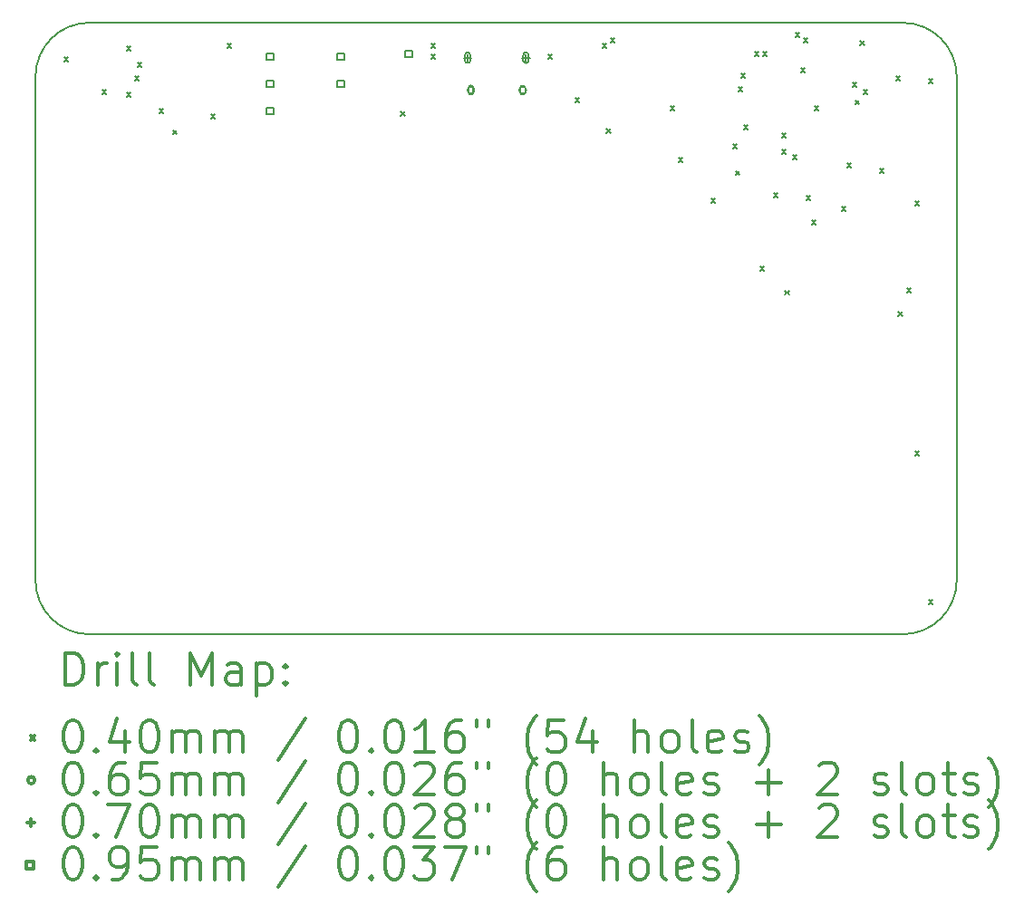
<source format=gbr>
%FSLAX45Y45*%
G04 Gerber Fmt 4.5, Leading zero omitted, Abs format (unit mm)*
G04 Created by KiCad (PCBNEW (5.0.1-3-g963ef8bb5)) date Sunday, 14 April 2019 at 13:03:22*
%MOMM*%
%LPD*%
G01*
G04 APERTURE LIST*
%ADD10C,0.150000*%
%ADD11C,0.200000*%
%ADD12C,0.300000*%
G04 APERTURE END LIST*
D10*
X11931000Y-12311000D02*
X11931000Y-7605000D01*
X20035000Y-12815000D02*
X12434000Y-12815000D01*
X20034000Y-7100000D02*
X12433000Y-7100000D01*
X20538000Y-12313000D02*
X20538000Y-7605000D01*
X12435000Y-12815000D02*
G75*
G02X11931000Y-12311000I0J504000D01*
G01*
X20538000Y-12311000D02*
G75*
G02X20034000Y-12815000I-504000J0D01*
G01*
X20034000Y-7100000D02*
G75*
G02X20538000Y-7604000I0J-504000D01*
G01*
X11931000Y-7604000D02*
G75*
G02X12435000Y-7100000I504000J0D01*
G01*
D11*
X12198000Y-7422200D02*
X12238000Y-7462200D01*
X12238000Y-7422200D02*
X12198000Y-7462200D01*
X12553000Y-7727000D02*
X12593000Y-7767000D01*
X12593000Y-7727000D02*
X12553000Y-7767000D01*
X12781600Y-7320600D02*
X12821600Y-7360600D01*
X12821600Y-7320600D02*
X12781600Y-7360600D01*
X12781600Y-7752400D02*
X12821600Y-7792400D01*
X12821600Y-7752400D02*
X12781600Y-7792400D01*
X12857800Y-7600000D02*
X12897800Y-7640000D01*
X12897800Y-7600000D02*
X12857800Y-7640000D01*
X12883200Y-7473000D02*
X12923200Y-7513000D01*
X12923200Y-7473000D02*
X12883200Y-7513000D01*
X13086400Y-7904800D02*
X13126400Y-7944800D01*
X13126400Y-7904800D02*
X13086400Y-7944800D01*
X13213400Y-8103600D02*
X13253400Y-8143600D01*
X13253400Y-8103600D02*
X13213400Y-8143600D01*
X13569000Y-7955600D02*
X13609000Y-7995600D01*
X13609000Y-7955600D02*
X13569000Y-7995600D01*
X13721400Y-7295200D02*
X13761400Y-7335200D01*
X13761400Y-7295200D02*
X13721400Y-7335200D01*
X15343000Y-7930200D02*
X15383000Y-7970200D01*
X15383000Y-7930200D02*
X15343000Y-7970200D01*
X15626400Y-7295200D02*
X15666400Y-7335200D01*
X15666400Y-7295200D02*
X15626400Y-7335200D01*
X15626400Y-7396800D02*
X15666400Y-7436800D01*
X15666400Y-7396800D02*
X15626400Y-7436800D01*
X16718600Y-7396800D02*
X16758600Y-7436800D01*
X16758600Y-7396800D02*
X16718600Y-7436800D01*
X16972600Y-7803200D02*
X17012600Y-7843200D01*
X17012600Y-7803200D02*
X16972600Y-7843200D01*
X17226600Y-7295200D02*
X17266600Y-7335200D01*
X17266600Y-7295200D02*
X17226600Y-7335200D01*
X17263000Y-8092000D02*
X17303000Y-8132000D01*
X17303000Y-8092000D02*
X17263000Y-8132000D01*
X17302800Y-7244400D02*
X17342800Y-7284400D01*
X17342800Y-7244400D02*
X17302800Y-7284400D01*
X17861600Y-7879400D02*
X17901600Y-7919400D01*
X17901600Y-7879400D02*
X17861600Y-7919400D01*
X17937800Y-8362000D02*
X17977800Y-8402000D01*
X17977800Y-8362000D02*
X17937800Y-8402000D01*
X18242600Y-8743000D02*
X18282600Y-8783000D01*
X18282600Y-8743000D02*
X18242600Y-8783000D01*
X18445800Y-8235000D02*
X18485800Y-8275000D01*
X18485800Y-8235000D02*
X18445800Y-8275000D01*
X18471200Y-8484600D02*
X18511200Y-8524600D01*
X18511200Y-8484600D02*
X18471200Y-8524600D01*
X18496600Y-7701600D02*
X18536600Y-7741600D01*
X18536600Y-7701600D02*
X18496600Y-7741600D01*
X18522000Y-7574600D02*
X18562000Y-7614600D01*
X18562000Y-7574600D02*
X18522000Y-7614600D01*
X18547400Y-8057200D02*
X18587400Y-8097200D01*
X18587400Y-8057200D02*
X18547400Y-8097200D01*
X18649000Y-7371400D02*
X18689000Y-7411400D01*
X18689000Y-7371400D02*
X18649000Y-7411400D01*
X18701000Y-9376000D02*
X18741000Y-9416000D01*
X18741000Y-9376000D02*
X18701000Y-9416000D01*
X18725200Y-7371400D02*
X18765200Y-7411400D01*
X18765200Y-7371400D02*
X18725200Y-7411400D01*
X18826800Y-8692200D02*
X18866800Y-8732200D01*
X18866800Y-8692200D02*
X18826800Y-8732200D01*
X18903000Y-8133400D02*
X18943000Y-8173400D01*
X18943000Y-8133400D02*
X18903000Y-8173400D01*
X18903000Y-8285800D02*
X18943000Y-8325800D01*
X18943000Y-8285800D02*
X18903000Y-8325800D01*
X18930000Y-9603000D02*
X18970000Y-9643000D01*
X18970000Y-9603000D02*
X18930000Y-9643000D01*
X19004600Y-8336600D02*
X19044600Y-8376600D01*
X19044600Y-8336600D02*
X19004600Y-8376600D01*
X19030000Y-7193600D02*
X19070000Y-7233600D01*
X19070000Y-7193600D02*
X19030000Y-7233600D01*
X19080800Y-7523800D02*
X19120800Y-7563800D01*
X19120800Y-7523800D02*
X19080800Y-7563800D01*
X19106200Y-7244400D02*
X19146200Y-7284400D01*
X19146200Y-7244400D02*
X19106200Y-7284400D01*
X19131600Y-8717600D02*
X19171600Y-8757600D01*
X19171600Y-8717600D02*
X19131600Y-8757600D01*
X19182400Y-8946200D02*
X19222400Y-8986200D01*
X19222400Y-8946200D02*
X19182400Y-8986200D01*
X19207800Y-7879400D02*
X19247800Y-7919400D01*
X19247800Y-7879400D02*
X19207800Y-7919400D01*
X19461800Y-8819200D02*
X19501800Y-8859200D01*
X19501800Y-8819200D02*
X19461800Y-8859200D01*
X19512600Y-8412800D02*
X19552600Y-8452800D01*
X19552600Y-8412800D02*
X19512600Y-8452800D01*
X19563400Y-7661000D02*
X19603400Y-7701000D01*
X19603400Y-7661000D02*
X19563400Y-7701000D01*
X19588800Y-7824200D02*
X19628800Y-7864200D01*
X19628800Y-7824200D02*
X19588800Y-7864200D01*
X19633200Y-7269800D02*
X19673200Y-7309800D01*
X19673200Y-7269800D02*
X19633200Y-7309800D01*
X19665000Y-7727000D02*
X19705000Y-7767000D01*
X19705000Y-7727000D02*
X19665000Y-7767000D01*
X19817400Y-8463600D02*
X19857400Y-8503600D01*
X19857400Y-8463600D02*
X19817400Y-8503600D01*
X19969800Y-7600000D02*
X20009800Y-7640000D01*
X20009800Y-7600000D02*
X19969800Y-7640000D01*
X19990000Y-9800000D02*
X20030000Y-9840000D01*
X20030000Y-9800000D02*
X19990000Y-9840000D01*
X20071400Y-9581200D02*
X20111400Y-9621200D01*
X20111400Y-9581200D02*
X20071400Y-9621200D01*
X20147600Y-8768400D02*
X20187600Y-8808400D01*
X20187600Y-8768400D02*
X20147600Y-8808400D01*
X20147600Y-11105200D02*
X20187600Y-11145200D01*
X20187600Y-11105200D02*
X20147600Y-11145200D01*
X20274000Y-12492000D02*
X20314000Y-12532000D01*
X20314000Y-12492000D02*
X20274000Y-12532000D01*
X20274600Y-7625400D02*
X20314600Y-7665400D01*
X20314600Y-7625400D02*
X20274600Y-7665400D01*
X16031000Y-7730000D02*
G75*
G03X16031000Y-7730000I-32500J0D01*
G01*
X15976000Y-7710000D02*
X15976000Y-7750000D01*
X16021000Y-7710000D02*
X16021000Y-7750000D01*
X15976000Y-7750000D02*
G75*
G03X16021000Y-7750000I22500J0D01*
G01*
X16021000Y-7710000D02*
G75*
G03X15976000Y-7710000I-22500J0D01*
G01*
X16516000Y-7730000D02*
G75*
G03X16516000Y-7730000I-32500J0D01*
G01*
X16506000Y-7750000D02*
X16506000Y-7710000D01*
X16461000Y-7750000D02*
X16461000Y-7710000D01*
X16506000Y-7710000D02*
G75*
G03X16461000Y-7710000I-22500J0D01*
G01*
X16461000Y-7750000D02*
G75*
G03X16506000Y-7750000I22500J0D01*
G01*
X15968500Y-7392000D02*
X15968500Y-7462000D01*
X15933500Y-7427000D02*
X16003500Y-7427000D01*
X15943500Y-7402000D02*
X15943500Y-7452000D01*
X15993500Y-7402000D02*
X15993500Y-7452000D01*
X15943500Y-7452000D02*
G75*
G03X15993500Y-7452000I25000J0D01*
G01*
X15993500Y-7402000D02*
G75*
G03X15943500Y-7402000I-25000J0D01*
G01*
X16513500Y-7392000D02*
X16513500Y-7462000D01*
X16478500Y-7427000D02*
X16548500Y-7427000D01*
X16488500Y-7402000D02*
X16488500Y-7452000D01*
X16538500Y-7402000D02*
X16538500Y-7452000D01*
X16488500Y-7452000D02*
G75*
G03X16538500Y-7452000I25000J0D01*
G01*
X16538500Y-7402000D02*
G75*
G03X16488500Y-7402000I-25000J0D01*
G01*
X15451388Y-7424988D02*
X15451388Y-7357812D01*
X15384212Y-7357812D01*
X15384212Y-7424988D01*
X15451388Y-7424988D01*
X14155988Y-7450388D02*
X14155988Y-7383212D01*
X14088812Y-7383212D01*
X14088812Y-7450388D01*
X14155988Y-7450388D01*
X14155988Y-7704388D02*
X14155988Y-7637212D01*
X14088812Y-7637212D01*
X14088812Y-7704388D01*
X14155988Y-7704388D01*
X14155988Y-7958388D02*
X14155988Y-7891212D01*
X14088812Y-7891212D01*
X14088812Y-7958388D01*
X14155988Y-7958388D01*
X14816388Y-7450388D02*
X14816388Y-7383212D01*
X14749212Y-7383212D01*
X14749212Y-7450388D01*
X14816388Y-7450388D01*
X14816388Y-7704388D02*
X14816388Y-7637212D01*
X14749212Y-7637212D01*
X14749212Y-7704388D01*
X14816388Y-7704388D01*
D12*
X12209928Y-13288214D02*
X12209928Y-12988214D01*
X12281357Y-12988214D01*
X12324214Y-13002500D01*
X12352786Y-13031071D01*
X12367071Y-13059643D01*
X12381357Y-13116786D01*
X12381357Y-13159643D01*
X12367071Y-13216786D01*
X12352786Y-13245357D01*
X12324214Y-13273929D01*
X12281357Y-13288214D01*
X12209928Y-13288214D01*
X12509928Y-13288214D02*
X12509928Y-13088214D01*
X12509928Y-13145357D02*
X12524214Y-13116786D01*
X12538500Y-13102500D01*
X12567071Y-13088214D01*
X12595643Y-13088214D01*
X12695643Y-13288214D02*
X12695643Y-13088214D01*
X12695643Y-12988214D02*
X12681357Y-13002500D01*
X12695643Y-13016786D01*
X12709928Y-13002500D01*
X12695643Y-12988214D01*
X12695643Y-13016786D01*
X12881357Y-13288214D02*
X12852786Y-13273929D01*
X12838500Y-13245357D01*
X12838500Y-12988214D01*
X13038500Y-13288214D02*
X13009928Y-13273929D01*
X12995643Y-13245357D01*
X12995643Y-12988214D01*
X13381357Y-13288214D02*
X13381357Y-12988214D01*
X13481357Y-13202500D01*
X13581357Y-12988214D01*
X13581357Y-13288214D01*
X13852786Y-13288214D02*
X13852786Y-13131071D01*
X13838500Y-13102500D01*
X13809928Y-13088214D01*
X13752786Y-13088214D01*
X13724214Y-13102500D01*
X13852786Y-13273929D02*
X13824214Y-13288214D01*
X13752786Y-13288214D01*
X13724214Y-13273929D01*
X13709928Y-13245357D01*
X13709928Y-13216786D01*
X13724214Y-13188214D01*
X13752786Y-13173929D01*
X13824214Y-13173929D01*
X13852786Y-13159643D01*
X13995643Y-13088214D02*
X13995643Y-13388214D01*
X13995643Y-13102500D02*
X14024214Y-13088214D01*
X14081357Y-13088214D01*
X14109928Y-13102500D01*
X14124214Y-13116786D01*
X14138500Y-13145357D01*
X14138500Y-13231071D01*
X14124214Y-13259643D01*
X14109928Y-13273929D01*
X14081357Y-13288214D01*
X14024214Y-13288214D01*
X13995643Y-13273929D01*
X14267071Y-13259643D02*
X14281357Y-13273929D01*
X14267071Y-13288214D01*
X14252786Y-13273929D01*
X14267071Y-13259643D01*
X14267071Y-13288214D01*
X14267071Y-13102500D02*
X14281357Y-13116786D01*
X14267071Y-13131071D01*
X14252786Y-13116786D01*
X14267071Y-13102500D01*
X14267071Y-13131071D01*
X11883500Y-13762500D02*
X11923500Y-13802500D01*
X11923500Y-13762500D02*
X11883500Y-13802500D01*
X12267071Y-13618214D02*
X12295643Y-13618214D01*
X12324214Y-13632500D01*
X12338500Y-13646786D01*
X12352786Y-13675357D01*
X12367071Y-13732500D01*
X12367071Y-13803929D01*
X12352786Y-13861071D01*
X12338500Y-13889643D01*
X12324214Y-13903929D01*
X12295643Y-13918214D01*
X12267071Y-13918214D01*
X12238500Y-13903929D01*
X12224214Y-13889643D01*
X12209928Y-13861071D01*
X12195643Y-13803929D01*
X12195643Y-13732500D01*
X12209928Y-13675357D01*
X12224214Y-13646786D01*
X12238500Y-13632500D01*
X12267071Y-13618214D01*
X12495643Y-13889643D02*
X12509928Y-13903929D01*
X12495643Y-13918214D01*
X12481357Y-13903929D01*
X12495643Y-13889643D01*
X12495643Y-13918214D01*
X12767071Y-13718214D02*
X12767071Y-13918214D01*
X12695643Y-13603929D02*
X12624214Y-13818214D01*
X12809928Y-13818214D01*
X12981357Y-13618214D02*
X13009928Y-13618214D01*
X13038500Y-13632500D01*
X13052786Y-13646786D01*
X13067071Y-13675357D01*
X13081357Y-13732500D01*
X13081357Y-13803929D01*
X13067071Y-13861071D01*
X13052786Y-13889643D01*
X13038500Y-13903929D01*
X13009928Y-13918214D01*
X12981357Y-13918214D01*
X12952786Y-13903929D01*
X12938500Y-13889643D01*
X12924214Y-13861071D01*
X12909928Y-13803929D01*
X12909928Y-13732500D01*
X12924214Y-13675357D01*
X12938500Y-13646786D01*
X12952786Y-13632500D01*
X12981357Y-13618214D01*
X13209928Y-13918214D02*
X13209928Y-13718214D01*
X13209928Y-13746786D02*
X13224214Y-13732500D01*
X13252786Y-13718214D01*
X13295643Y-13718214D01*
X13324214Y-13732500D01*
X13338500Y-13761071D01*
X13338500Y-13918214D01*
X13338500Y-13761071D02*
X13352786Y-13732500D01*
X13381357Y-13718214D01*
X13424214Y-13718214D01*
X13452786Y-13732500D01*
X13467071Y-13761071D01*
X13467071Y-13918214D01*
X13609928Y-13918214D02*
X13609928Y-13718214D01*
X13609928Y-13746786D02*
X13624214Y-13732500D01*
X13652786Y-13718214D01*
X13695643Y-13718214D01*
X13724214Y-13732500D01*
X13738500Y-13761071D01*
X13738500Y-13918214D01*
X13738500Y-13761071D02*
X13752786Y-13732500D01*
X13781357Y-13718214D01*
X13824214Y-13718214D01*
X13852786Y-13732500D01*
X13867071Y-13761071D01*
X13867071Y-13918214D01*
X14452786Y-13603929D02*
X14195643Y-13989643D01*
X14838500Y-13618214D02*
X14867071Y-13618214D01*
X14895643Y-13632500D01*
X14909928Y-13646786D01*
X14924214Y-13675357D01*
X14938500Y-13732500D01*
X14938500Y-13803929D01*
X14924214Y-13861071D01*
X14909928Y-13889643D01*
X14895643Y-13903929D01*
X14867071Y-13918214D01*
X14838500Y-13918214D01*
X14809928Y-13903929D01*
X14795643Y-13889643D01*
X14781357Y-13861071D01*
X14767071Y-13803929D01*
X14767071Y-13732500D01*
X14781357Y-13675357D01*
X14795643Y-13646786D01*
X14809928Y-13632500D01*
X14838500Y-13618214D01*
X15067071Y-13889643D02*
X15081357Y-13903929D01*
X15067071Y-13918214D01*
X15052786Y-13903929D01*
X15067071Y-13889643D01*
X15067071Y-13918214D01*
X15267071Y-13618214D02*
X15295643Y-13618214D01*
X15324214Y-13632500D01*
X15338500Y-13646786D01*
X15352786Y-13675357D01*
X15367071Y-13732500D01*
X15367071Y-13803929D01*
X15352786Y-13861071D01*
X15338500Y-13889643D01*
X15324214Y-13903929D01*
X15295643Y-13918214D01*
X15267071Y-13918214D01*
X15238500Y-13903929D01*
X15224214Y-13889643D01*
X15209928Y-13861071D01*
X15195643Y-13803929D01*
X15195643Y-13732500D01*
X15209928Y-13675357D01*
X15224214Y-13646786D01*
X15238500Y-13632500D01*
X15267071Y-13618214D01*
X15652786Y-13918214D02*
X15481357Y-13918214D01*
X15567071Y-13918214D02*
X15567071Y-13618214D01*
X15538500Y-13661071D01*
X15509928Y-13689643D01*
X15481357Y-13703929D01*
X15909928Y-13618214D02*
X15852786Y-13618214D01*
X15824214Y-13632500D01*
X15809928Y-13646786D01*
X15781357Y-13689643D01*
X15767071Y-13746786D01*
X15767071Y-13861071D01*
X15781357Y-13889643D01*
X15795643Y-13903929D01*
X15824214Y-13918214D01*
X15881357Y-13918214D01*
X15909928Y-13903929D01*
X15924214Y-13889643D01*
X15938500Y-13861071D01*
X15938500Y-13789643D01*
X15924214Y-13761071D01*
X15909928Y-13746786D01*
X15881357Y-13732500D01*
X15824214Y-13732500D01*
X15795643Y-13746786D01*
X15781357Y-13761071D01*
X15767071Y-13789643D01*
X16052786Y-13618214D02*
X16052786Y-13675357D01*
X16167071Y-13618214D02*
X16167071Y-13675357D01*
X16609928Y-14032500D02*
X16595643Y-14018214D01*
X16567071Y-13975357D01*
X16552786Y-13946786D01*
X16538500Y-13903929D01*
X16524214Y-13832500D01*
X16524214Y-13775357D01*
X16538500Y-13703929D01*
X16552786Y-13661071D01*
X16567071Y-13632500D01*
X16595643Y-13589643D01*
X16609928Y-13575357D01*
X16867071Y-13618214D02*
X16724214Y-13618214D01*
X16709928Y-13761071D01*
X16724214Y-13746786D01*
X16752786Y-13732500D01*
X16824214Y-13732500D01*
X16852786Y-13746786D01*
X16867071Y-13761071D01*
X16881357Y-13789643D01*
X16881357Y-13861071D01*
X16867071Y-13889643D01*
X16852786Y-13903929D01*
X16824214Y-13918214D01*
X16752786Y-13918214D01*
X16724214Y-13903929D01*
X16709928Y-13889643D01*
X17138500Y-13718214D02*
X17138500Y-13918214D01*
X17067071Y-13603929D02*
X16995643Y-13818214D01*
X17181357Y-13818214D01*
X17524214Y-13918214D02*
X17524214Y-13618214D01*
X17652786Y-13918214D02*
X17652786Y-13761071D01*
X17638500Y-13732500D01*
X17609928Y-13718214D01*
X17567071Y-13718214D01*
X17538500Y-13732500D01*
X17524214Y-13746786D01*
X17838500Y-13918214D02*
X17809928Y-13903929D01*
X17795643Y-13889643D01*
X17781357Y-13861071D01*
X17781357Y-13775357D01*
X17795643Y-13746786D01*
X17809928Y-13732500D01*
X17838500Y-13718214D01*
X17881357Y-13718214D01*
X17909928Y-13732500D01*
X17924214Y-13746786D01*
X17938500Y-13775357D01*
X17938500Y-13861071D01*
X17924214Y-13889643D01*
X17909928Y-13903929D01*
X17881357Y-13918214D01*
X17838500Y-13918214D01*
X18109928Y-13918214D02*
X18081357Y-13903929D01*
X18067071Y-13875357D01*
X18067071Y-13618214D01*
X18338500Y-13903929D02*
X18309928Y-13918214D01*
X18252786Y-13918214D01*
X18224214Y-13903929D01*
X18209928Y-13875357D01*
X18209928Y-13761071D01*
X18224214Y-13732500D01*
X18252786Y-13718214D01*
X18309928Y-13718214D01*
X18338500Y-13732500D01*
X18352786Y-13761071D01*
X18352786Y-13789643D01*
X18209928Y-13818214D01*
X18467071Y-13903929D02*
X18495643Y-13918214D01*
X18552786Y-13918214D01*
X18581357Y-13903929D01*
X18595643Y-13875357D01*
X18595643Y-13861071D01*
X18581357Y-13832500D01*
X18552786Y-13818214D01*
X18509928Y-13818214D01*
X18481357Y-13803929D01*
X18467071Y-13775357D01*
X18467071Y-13761071D01*
X18481357Y-13732500D01*
X18509928Y-13718214D01*
X18552786Y-13718214D01*
X18581357Y-13732500D01*
X18695643Y-14032500D02*
X18709928Y-14018214D01*
X18738500Y-13975357D01*
X18752786Y-13946786D01*
X18767071Y-13903929D01*
X18781357Y-13832500D01*
X18781357Y-13775357D01*
X18767071Y-13703929D01*
X18752786Y-13661071D01*
X18738500Y-13632500D01*
X18709928Y-13589643D01*
X18695643Y-13575357D01*
X11923500Y-14178500D02*
G75*
G03X11923500Y-14178500I-32500J0D01*
G01*
X12267071Y-14014214D02*
X12295643Y-14014214D01*
X12324214Y-14028500D01*
X12338500Y-14042786D01*
X12352786Y-14071357D01*
X12367071Y-14128500D01*
X12367071Y-14199929D01*
X12352786Y-14257071D01*
X12338500Y-14285643D01*
X12324214Y-14299929D01*
X12295643Y-14314214D01*
X12267071Y-14314214D01*
X12238500Y-14299929D01*
X12224214Y-14285643D01*
X12209928Y-14257071D01*
X12195643Y-14199929D01*
X12195643Y-14128500D01*
X12209928Y-14071357D01*
X12224214Y-14042786D01*
X12238500Y-14028500D01*
X12267071Y-14014214D01*
X12495643Y-14285643D02*
X12509928Y-14299929D01*
X12495643Y-14314214D01*
X12481357Y-14299929D01*
X12495643Y-14285643D01*
X12495643Y-14314214D01*
X12767071Y-14014214D02*
X12709928Y-14014214D01*
X12681357Y-14028500D01*
X12667071Y-14042786D01*
X12638500Y-14085643D01*
X12624214Y-14142786D01*
X12624214Y-14257071D01*
X12638500Y-14285643D01*
X12652786Y-14299929D01*
X12681357Y-14314214D01*
X12738500Y-14314214D01*
X12767071Y-14299929D01*
X12781357Y-14285643D01*
X12795643Y-14257071D01*
X12795643Y-14185643D01*
X12781357Y-14157071D01*
X12767071Y-14142786D01*
X12738500Y-14128500D01*
X12681357Y-14128500D01*
X12652786Y-14142786D01*
X12638500Y-14157071D01*
X12624214Y-14185643D01*
X13067071Y-14014214D02*
X12924214Y-14014214D01*
X12909928Y-14157071D01*
X12924214Y-14142786D01*
X12952786Y-14128500D01*
X13024214Y-14128500D01*
X13052786Y-14142786D01*
X13067071Y-14157071D01*
X13081357Y-14185643D01*
X13081357Y-14257071D01*
X13067071Y-14285643D01*
X13052786Y-14299929D01*
X13024214Y-14314214D01*
X12952786Y-14314214D01*
X12924214Y-14299929D01*
X12909928Y-14285643D01*
X13209928Y-14314214D02*
X13209928Y-14114214D01*
X13209928Y-14142786D02*
X13224214Y-14128500D01*
X13252786Y-14114214D01*
X13295643Y-14114214D01*
X13324214Y-14128500D01*
X13338500Y-14157071D01*
X13338500Y-14314214D01*
X13338500Y-14157071D02*
X13352786Y-14128500D01*
X13381357Y-14114214D01*
X13424214Y-14114214D01*
X13452786Y-14128500D01*
X13467071Y-14157071D01*
X13467071Y-14314214D01*
X13609928Y-14314214D02*
X13609928Y-14114214D01*
X13609928Y-14142786D02*
X13624214Y-14128500D01*
X13652786Y-14114214D01*
X13695643Y-14114214D01*
X13724214Y-14128500D01*
X13738500Y-14157071D01*
X13738500Y-14314214D01*
X13738500Y-14157071D02*
X13752786Y-14128500D01*
X13781357Y-14114214D01*
X13824214Y-14114214D01*
X13852786Y-14128500D01*
X13867071Y-14157071D01*
X13867071Y-14314214D01*
X14452786Y-13999929D02*
X14195643Y-14385643D01*
X14838500Y-14014214D02*
X14867071Y-14014214D01*
X14895643Y-14028500D01*
X14909928Y-14042786D01*
X14924214Y-14071357D01*
X14938500Y-14128500D01*
X14938500Y-14199929D01*
X14924214Y-14257071D01*
X14909928Y-14285643D01*
X14895643Y-14299929D01*
X14867071Y-14314214D01*
X14838500Y-14314214D01*
X14809928Y-14299929D01*
X14795643Y-14285643D01*
X14781357Y-14257071D01*
X14767071Y-14199929D01*
X14767071Y-14128500D01*
X14781357Y-14071357D01*
X14795643Y-14042786D01*
X14809928Y-14028500D01*
X14838500Y-14014214D01*
X15067071Y-14285643D02*
X15081357Y-14299929D01*
X15067071Y-14314214D01*
X15052786Y-14299929D01*
X15067071Y-14285643D01*
X15067071Y-14314214D01*
X15267071Y-14014214D02*
X15295643Y-14014214D01*
X15324214Y-14028500D01*
X15338500Y-14042786D01*
X15352786Y-14071357D01*
X15367071Y-14128500D01*
X15367071Y-14199929D01*
X15352786Y-14257071D01*
X15338500Y-14285643D01*
X15324214Y-14299929D01*
X15295643Y-14314214D01*
X15267071Y-14314214D01*
X15238500Y-14299929D01*
X15224214Y-14285643D01*
X15209928Y-14257071D01*
X15195643Y-14199929D01*
X15195643Y-14128500D01*
X15209928Y-14071357D01*
X15224214Y-14042786D01*
X15238500Y-14028500D01*
X15267071Y-14014214D01*
X15481357Y-14042786D02*
X15495643Y-14028500D01*
X15524214Y-14014214D01*
X15595643Y-14014214D01*
X15624214Y-14028500D01*
X15638500Y-14042786D01*
X15652786Y-14071357D01*
X15652786Y-14099929D01*
X15638500Y-14142786D01*
X15467071Y-14314214D01*
X15652786Y-14314214D01*
X15909928Y-14014214D02*
X15852786Y-14014214D01*
X15824214Y-14028500D01*
X15809928Y-14042786D01*
X15781357Y-14085643D01*
X15767071Y-14142786D01*
X15767071Y-14257071D01*
X15781357Y-14285643D01*
X15795643Y-14299929D01*
X15824214Y-14314214D01*
X15881357Y-14314214D01*
X15909928Y-14299929D01*
X15924214Y-14285643D01*
X15938500Y-14257071D01*
X15938500Y-14185643D01*
X15924214Y-14157071D01*
X15909928Y-14142786D01*
X15881357Y-14128500D01*
X15824214Y-14128500D01*
X15795643Y-14142786D01*
X15781357Y-14157071D01*
X15767071Y-14185643D01*
X16052786Y-14014214D02*
X16052786Y-14071357D01*
X16167071Y-14014214D02*
X16167071Y-14071357D01*
X16609928Y-14428500D02*
X16595643Y-14414214D01*
X16567071Y-14371357D01*
X16552786Y-14342786D01*
X16538500Y-14299929D01*
X16524214Y-14228500D01*
X16524214Y-14171357D01*
X16538500Y-14099929D01*
X16552786Y-14057071D01*
X16567071Y-14028500D01*
X16595643Y-13985643D01*
X16609928Y-13971357D01*
X16781357Y-14014214D02*
X16809928Y-14014214D01*
X16838500Y-14028500D01*
X16852786Y-14042786D01*
X16867071Y-14071357D01*
X16881357Y-14128500D01*
X16881357Y-14199929D01*
X16867071Y-14257071D01*
X16852786Y-14285643D01*
X16838500Y-14299929D01*
X16809928Y-14314214D01*
X16781357Y-14314214D01*
X16752786Y-14299929D01*
X16738500Y-14285643D01*
X16724214Y-14257071D01*
X16709928Y-14199929D01*
X16709928Y-14128500D01*
X16724214Y-14071357D01*
X16738500Y-14042786D01*
X16752786Y-14028500D01*
X16781357Y-14014214D01*
X17238500Y-14314214D02*
X17238500Y-14014214D01*
X17367071Y-14314214D02*
X17367071Y-14157071D01*
X17352786Y-14128500D01*
X17324214Y-14114214D01*
X17281357Y-14114214D01*
X17252786Y-14128500D01*
X17238500Y-14142786D01*
X17552786Y-14314214D02*
X17524214Y-14299929D01*
X17509928Y-14285643D01*
X17495643Y-14257071D01*
X17495643Y-14171357D01*
X17509928Y-14142786D01*
X17524214Y-14128500D01*
X17552786Y-14114214D01*
X17595643Y-14114214D01*
X17624214Y-14128500D01*
X17638500Y-14142786D01*
X17652786Y-14171357D01*
X17652786Y-14257071D01*
X17638500Y-14285643D01*
X17624214Y-14299929D01*
X17595643Y-14314214D01*
X17552786Y-14314214D01*
X17824214Y-14314214D02*
X17795643Y-14299929D01*
X17781357Y-14271357D01*
X17781357Y-14014214D01*
X18052786Y-14299929D02*
X18024214Y-14314214D01*
X17967071Y-14314214D01*
X17938500Y-14299929D01*
X17924214Y-14271357D01*
X17924214Y-14157071D01*
X17938500Y-14128500D01*
X17967071Y-14114214D01*
X18024214Y-14114214D01*
X18052786Y-14128500D01*
X18067071Y-14157071D01*
X18067071Y-14185643D01*
X17924214Y-14214214D01*
X18181357Y-14299929D02*
X18209928Y-14314214D01*
X18267071Y-14314214D01*
X18295643Y-14299929D01*
X18309928Y-14271357D01*
X18309928Y-14257071D01*
X18295643Y-14228500D01*
X18267071Y-14214214D01*
X18224214Y-14214214D01*
X18195643Y-14199929D01*
X18181357Y-14171357D01*
X18181357Y-14157071D01*
X18195643Y-14128500D01*
X18224214Y-14114214D01*
X18267071Y-14114214D01*
X18295643Y-14128500D01*
X18667071Y-14199929D02*
X18895643Y-14199929D01*
X18781357Y-14314214D02*
X18781357Y-14085643D01*
X19252786Y-14042786D02*
X19267071Y-14028500D01*
X19295643Y-14014214D01*
X19367071Y-14014214D01*
X19395643Y-14028500D01*
X19409928Y-14042786D01*
X19424214Y-14071357D01*
X19424214Y-14099929D01*
X19409928Y-14142786D01*
X19238500Y-14314214D01*
X19424214Y-14314214D01*
X19767071Y-14299929D02*
X19795643Y-14314214D01*
X19852786Y-14314214D01*
X19881357Y-14299929D01*
X19895643Y-14271357D01*
X19895643Y-14257071D01*
X19881357Y-14228500D01*
X19852786Y-14214214D01*
X19809928Y-14214214D01*
X19781357Y-14199929D01*
X19767071Y-14171357D01*
X19767071Y-14157071D01*
X19781357Y-14128500D01*
X19809928Y-14114214D01*
X19852786Y-14114214D01*
X19881357Y-14128500D01*
X20067071Y-14314214D02*
X20038500Y-14299929D01*
X20024214Y-14271357D01*
X20024214Y-14014214D01*
X20224214Y-14314214D02*
X20195643Y-14299929D01*
X20181357Y-14285643D01*
X20167071Y-14257071D01*
X20167071Y-14171357D01*
X20181357Y-14142786D01*
X20195643Y-14128500D01*
X20224214Y-14114214D01*
X20267071Y-14114214D01*
X20295643Y-14128500D01*
X20309928Y-14142786D01*
X20324214Y-14171357D01*
X20324214Y-14257071D01*
X20309928Y-14285643D01*
X20295643Y-14299929D01*
X20267071Y-14314214D01*
X20224214Y-14314214D01*
X20409928Y-14114214D02*
X20524214Y-14114214D01*
X20452786Y-14014214D02*
X20452786Y-14271357D01*
X20467071Y-14299929D01*
X20495643Y-14314214D01*
X20524214Y-14314214D01*
X20609928Y-14299929D02*
X20638500Y-14314214D01*
X20695643Y-14314214D01*
X20724214Y-14299929D01*
X20738500Y-14271357D01*
X20738500Y-14257071D01*
X20724214Y-14228500D01*
X20695643Y-14214214D01*
X20652786Y-14214214D01*
X20624214Y-14199929D01*
X20609928Y-14171357D01*
X20609928Y-14157071D01*
X20624214Y-14128500D01*
X20652786Y-14114214D01*
X20695643Y-14114214D01*
X20724214Y-14128500D01*
X20838500Y-14428500D02*
X20852786Y-14414214D01*
X20881357Y-14371357D01*
X20895643Y-14342786D01*
X20909928Y-14299929D01*
X20924214Y-14228500D01*
X20924214Y-14171357D01*
X20909928Y-14099929D01*
X20895643Y-14057071D01*
X20881357Y-14028500D01*
X20852786Y-13985643D01*
X20838500Y-13971357D01*
X11888500Y-14539500D02*
X11888500Y-14609500D01*
X11853500Y-14574500D02*
X11923500Y-14574500D01*
X12267071Y-14410214D02*
X12295643Y-14410214D01*
X12324214Y-14424500D01*
X12338500Y-14438786D01*
X12352786Y-14467357D01*
X12367071Y-14524500D01*
X12367071Y-14595929D01*
X12352786Y-14653071D01*
X12338500Y-14681643D01*
X12324214Y-14695929D01*
X12295643Y-14710214D01*
X12267071Y-14710214D01*
X12238500Y-14695929D01*
X12224214Y-14681643D01*
X12209928Y-14653071D01*
X12195643Y-14595929D01*
X12195643Y-14524500D01*
X12209928Y-14467357D01*
X12224214Y-14438786D01*
X12238500Y-14424500D01*
X12267071Y-14410214D01*
X12495643Y-14681643D02*
X12509928Y-14695929D01*
X12495643Y-14710214D01*
X12481357Y-14695929D01*
X12495643Y-14681643D01*
X12495643Y-14710214D01*
X12609928Y-14410214D02*
X12809928Y-14410214D01*
X12681357Y-14710214D01*
X12981357Y-14410214D02*
X13009928Y-14410214D01*
X13038500Y-14424500D01*
X13052786Y-14438786D01*
X13067071Y-14467357D01*
X13081357Y-14524500D01*
X13081357Y-14595929D01*
X13067071Y-14653071D01*
X13052786Y-14681643D01*
X13038500Y-14695929D01*
X13009928Y-14710214D01*
X12981357Y-14710214D01*
X12952786Y-14695929D01*
X12938500Y-14681643D01*
X12924214Y-14653071D01*
X12909928Y-14595929D01*
X12909928Y-14524500D01*
X12924214Y-14467357D01*
X12938500Y-14438786D01*
X12952786Y-14424500D01*
X12981357Y-14410214D01*
X13209928Y-14710214D02*
X13209928Y-14510214D01*
X13209928Y-14538786D02*
X13224214Y-14524500D01*
X13252786Y-14510214D01*
X13295643Y-14510214D01*
X13324214Y-14524500D01*
X13338500Y-14553071D01*
X13338500Y-14710214D01*
X13338500Y-14553071D02*
X13352786Y-14524500D01*
X13381357Y-14510214D01*
X13424214Y-14510214D01*
X13452786Y-14524500D01*
X13467071Y-14553071D01*
X13467071Y-14710214D01*
X13609928Y-14710214D02*
X13609928Y-14510214D01*
X13609928Y-14538786D02*
X13624214Y-14524500D01*
X13652786Y-14510214D01*
X13695643Y-14510214D01*
X13724214Y-14524500D01*
X13738500Y-14553071D01*
X13738500Y-14710214D01*
X13738500Y-14553071D02*
X13752786Y-14524500D01*
X13781357Y-14510214D01*
X13824214Y-14510214D01*
X13852786Y-14524500D01*
X13867071Y-14553071D01*
X13867071Y-14710214D01*
X14452786Y-14395929D02*
X14195643Y-14781643D01*
X14838500Y-14410214D02*
X14867071Y-14410214D01*
X14895643Y-14424500D01*
X14909928Y-14438786D01*
X14924214Y-14467357D01*
X14938500Y-14524500D01*
X14938500Y-14595929D01*
X14924214Y-14653071D01*
X14909928Y-14681643D01*
X14895643Y-14695929D01*
X14867071Y-14710214D01*
X14838500Y-14710214D01*
X14809928Y-14695929D01*
X14795643Y-14681643D01*
X14781357Y-14653071D01*
X14767071Y-14595929D01*
X14767071Y-14524500D01*
X14781357Y-14467357D01*
X14795643Y-14438786D01*
X14809928Y-14424500D01*
X14838500Y-14410214D01*
X15067071Y-14681643D02*
X15081357Y-14695929D01*
X15067071Y-14710214D01*
X15052786Y-14695929D01*
X15067071Y-14681643D01*
X15067071Y-14710214D01*
X15267071Y-14410214D02*
X15295643Y-14410214D01*
X15324214Y-14424500D01*
X15338500Y-14438786D01*
X15352786Y-14467357D01*
X15367071Y-14524500D01*
X15367071Y-14595929D01*
X15352786Y-14653071D01*
X15338500Y-14681643D01*
X15324214Y-14695929D01*
X15295643Y-14710214D01*
X15267071Y-14710214D01*
X15238500Y-14695929D01*
X15224214Y-14681643D01*
X15209928Y-14653071D01*
X15195643Y-14595929D01*
X15195643Y-14524500D01*
X15209928Y-14467357D01*
X15224214Y-14438786D01*
X15238500Y-14424500D01*
X15267071Y-14410214D01*
X15481357Y-14438786D02*
X15495643Y-14424500D01*
X15524214Y-14410214D01*
X15595643Y-14410214D01*
X15624214Y-14424500D01*
X15638500Y-14438786D01*
X15652786Y-14467357D01*
X15652786Y-14495929D01*
X15638500Y-14538786D01*
X15467071Y-14710214D01*
X15652786Y-14710214D01*
X15824214Y-14538786D02*
X15795643Y-14524500D01*
X15781357Y-14510214D01*
X15767071Y-14481643D01*
X15767071Y-14467357D01*
X15781357Y-14438786D01*
X15795643Y-14424500D01*
X15824214Y-14410214D01*
X15881357Y-14410214D01*
X15909928Y-14424500D01*
X15924214Y-14438786D01*
X15938500Y-14467357D01*
X15938500Y-14481643D01*
X15924214Y-14510214D01*
X15909928Y-14524500D01*
X15881357Y-14538786D01*
X15824214Y-14538786D01*
X15795643Y-14553071D01*
X15781357Y-14567357D01*
X15767071Y-14595929D01*
X15767071Y-14653071D01*
X15781357Y-14681643D01*
X15795643Y-14695929D01*
X15824214Y-14710214D01*
X15881357Y-14710214D01*
X15909928Y-14695929D01*
X15924214Y-14681643D01*
X15938500Y-14653071D01*
X15938500Y-14595929D01*
X15924214Y-14567357D01*
X15909928Y-14553071D01*
X15881357Y-14538786D01*
X16052786Y-14410214D02*
X16052786Y-14467357D01*
X16167071Y-14410214D02*
X16167071Y-14467357D01*
X16609928Y-14824500D02*
X16595643Y-14810214D01*
X16567071Y-14767357D01*
X16552786Y-14738786D01*
X16538500Y-14695929D01*
X16524214Y-14624500D01*
X16524214Y-14567357D01*
X16538500Y-14495929D01*
X16552786Y-14453071D01*
X16567071Y-14424500D01*
X16595643Y-14381643D01*
X16609928Y-14367357D01*
X16781357Y-14410214D02*
X16809928Y-14410214D01*
X16838500Y-14424500D01*
X16852786Y-14438786D01*
X16867071Y-14467357D01*
X16881357Y-14524500D01*
X16881357Y-14595929D01*
X16867071Y-14653071D01*
X16852786Y-14681643D01*
X16838500Y-14695929D01*
X16809928Y-14710214D01*
X16781357Y-14710214D01*
X16752786Y-14695929D01*
X16738500Y-14681643D01*
X16724214Y-14653071D01*
X16709928Y-14595929D01*
X16709928Y-14524500D01*
X16724214Y-14467357D01*
X16738500Y-14438786D01*
X16752786Y-14424500D01*
X16781357Y-14410214D01*
X17238500Y-14710214D02*
X17238500Y-14410214D01*
X17367071Y-14710214D02*
X17367071Y-14553071D01*
X17352786Y-14524500D01*
X17324214Y-14510214D01*
X17281357Y-14510214D01*
X17252786Y-14524500D01*
X17238500Y-14538786D01*
X17552786Y-14710214D02*
X17524214Y-14695929D01*
X17509928Y-14681643D01*
X17495643Y-14653071D01*
X17495643Y-14567357D01*
X17509928Y-14538786D01*
X17524214Y-14524500D01*
X17552786Y-14510214D01*
X17595643Y-14510214D01*
X17624214Y-14524500D01*
X17638500Y-14538786D01*
X17652786Y-14567357D01*
X17652786Y-14653071D01*
X17638500Y-14681643D01*
X17624214Y-14695929D01*
X17595643Y-14710214D01*
X17552786Y-14710214D01*
X17824214Y-14710214D02*
X17795643Y-14695929D01*
X17781357Y-14667357D01*
X17781357Y-14410214D01*
X18052786Y-14695929D02*
X18024214Y-14710214D01*
X17967071Y-14710214D01*
X17938500Y-14695929D01*
X17924214Y-14667357D01*
X17924214Y-14553071D01*
X17938500Y-14524500D01*
X17967071Y-14510214D01*
X18024214Y-14510214D01*
X18052786Y-14524500D01*
X18067071Y-14553071D01*
X18067071Y-14581643D01*
X17924214Y-14610214D01*
X18181357Y-14695929D02*
X18209928Y-14710214D01*
X18267071Y-14710214D01*
X18295643Y-14695929D01*
X18309928Y-14667357D01*
X18309928Y-14653071D01*
X18295643Y-14624500D01*
X18267071Y-14610214D01*
X18224214Y-14610214D01*
X18195643Y-14595929D01*
X18181357Y-14567357D01*
X18181357Y-14553071D01*
X18195643Y-14524500D01*
X18224214Y-14510214D01*
X18267071Y-14510214D01*
X18295643Y-14524500D01*
X18667071Y-14595929D02*
X18895643Y-14595929D01*
X18781357Y-14710214D02*
X18781357Y-14481643D01*
X19252786Y-14438786D02*
X19267071Y-14424500D01*
X19295643Y-14410214D01*
X19367071Y-14410214D01*
X19395643Y-14424500D01*
X19409928Y-14438786D01*
X19424214Y-14467357D01*
X19424214Y-14495929D01*
X19409928Y-14538786D01*
X19238500Y-14710214D01*
X19424214Y-14710214D01*
X19767071Y-14695929D02*
X19795643Y-14710214D01*
X19852786Y-14710214D01*
X19881357Y-14695929D01*
X19895643Y-14667357D01*
X19895643Y-14653071D01*
X19881357Y-14624500D01*
X19852786Y-14610214D01*
X19809928Y-14610214D01*
X19781357Y-14595929D01*
X19767071Y-14567357D01*
X19767071Y-14553071D01*
X19781357Y-14524500D01*
X19809928Y-14510214D01*
X19852786Y-14510214D01*
X19881357Y-14524500D01*
X20067071Y-14710214D02*
X20038500Y-14695929D01*
X20024214Y-14667357D01*
X20024214Y-14410214D01*
X20224214Y-14710214D02*
X20195643Y-14695929D01*
X20181357Y-14681643D01*
X20167071Y-14653071D01*
X20167071Y-14567357D01*
X20181357Y-14538786D01*
X20195643Y-14524500D01*
X20224214Y-14510214D01*
X20267071Y-14510214D01*
X20295643Y-14524500D01*
X20309928Y-14538786D01*
X20324214Y-14567357D01*
X20324214Y-14653071D01*
X20309928Y-14681643D01*
X20295643Y-14695929D01*
X20267071Y-14710214D01*
X20224214Y-14710214D01*
X20409928Y-14510214D02*
X20524214Y-14510214D01*
X20452786Y-14410214D02*
X20452786Y-14667357D01*
X20467071Y-14695929D01*
X20495643Y-14710214D01*
X20524214Y-14710214D01*
X20609928Y-14695929D02*
X20638500Y-14710214D01*
X20695643Y-14710214D01*
X20724214Y-14695929D01*
X20738500Y-14667357D01*
X20738500Y-14653071D01*
X20724214Y-14624500D01*
X20695643Y-14610214D01*
X20652786Y-14610214D01*
X20624214Y-14595929D01*
X20609928Y-14567357D01*
X20609928Y-14553071D01*
X20624214Y-14524500D01*
X20652786Y-14510214D01*
X20695643Y-14510214D01*
X20724214Y-14524500D01*
X20838500Y-14824500D02*
X20852786Y-14810214D01*
X20881357Y-14767357D01*
X20895643Y-14738786D01*
X20909928Y-14695929D01*
X20924214Y-14624500D01*
X20924214Y-14567357D01*
X20909928Y-14495929D01*
X20895643Y-14453071D01*
X20881357Y-14424500D01*
X20852786Y-14381643D01*
X20838500Y-14367357D01*
X11909588Y-15004088D02*
X11909588Y-14936912D01*
X11842412Y-14936912D01*
X11842412Y-15004088D01*
X11909588Y-15004088D01*
X12267071Y-14806214D02*
X12295643Y-14806214D01*
X12324214Y-14820500D01*
X12338500Y-14834786D01*
X12352786Y-14863357D01*
X12367071Y-14920500D01*
X12367071Y-14991929D01*
X12352786Y-15049071D01*
X12338500Y-15077643D01*
X12324214Y-15091929D01*
X12295643Y-15106214D01*
X12267071Y-15106214D01*
X12238500Y-15091929D01*
X12224214Y-15077643D01*
X12209928Y-15049071D01*
X12195643Y-14991929D01*
X12195643Y-14920500D01*
X12209928Y-14863357D01*
X12224214Y-14834786D01*
X12238500Y-14820500D01*
X12267071Y-14806214D01*
X12495643Y-15077643D02*
X12509928Y-15091929D01*
X12495643Y-15106214D01*
X12481357Y-15091929D01*
X12495643Y-15077643D01*
X12495643Y-15106214D01*
X12652786Y-15106214D02*
X12709928Y-15106214D01*
X12738500Y-15091929D01*
X12752786Y-15077643D01*
X12781357Y-15034786D01*
X12795643Y-14977643D01*
X12795643Y-14863357D01*
X12781357Y-14834786D01*
X12767071Y-14820500D01*
X12738500Y-14806214D01*
X12681357Y-14806214D01*
X12652786Y-14820500D01*
X12638500Y-14834786D01*
X12624214Y-14863357D01*
X12624214Y-14934786D01*
X12638500Y-14963357D01*
X12652786Y-14977643D01*
X12681357Y-14991929D01*
X12738500Y-14991929D01*
X12767071Y-14977643D01*
X12781357Y-14963357D01*
X12795643Y-14934786D01*
X13067071Y-14806214D02*
X12924214Y-14806214D01*
X12909928Y-14949071D01*
X12924214Y-14934786D01*
X12952786Y-14920500D01*
X13024214Y-14920500D01*
X13052786Y-14934786D01*
X13067071Y-14949071D01*
X13081357Y-14977643D01*
X13081357Y-15049071D01*
X13067071Y-15077643D01*
X13052786Y-15091929D01*
X13024214Y-15106214D01*
X12952786Y-15106214D01*
X12924214Y-15091929D01*
X12909928Y-15077643D01*
X13209928Y-15106214D02*
X13209928Y-14906214D01*
X13209928Y-14934786D02*
X13224214Y-14920500D01*
X13252786Y-14906214D01*
X13295643Y-14906214D01*
X13324214Y-14920500D01*
X13338500Y-14949071D01*
X13338500Y-15106214D01*
X13338500Y-14949071D02*
X13352786Y-14920500D01*
X13381357Y-14906214D01*
X13424214Y-14906214D01*
X13452786Y-14920500D01*
X13467071Y-14949071D01*
X13467071Y-15106214D01*
X13609928Y-15106214D02*
X13609928Y-14906214D01*
X13609928Y-14934786D02*
X13624214Y-14920500D01*
X13652786Y-14906214D01*
X13695643Y-14906214D01*
X13724214Y-14920500D01*
X13738500Y-14949071D01*
X13738500Y-15106214D01*
X13738500Y-14949071D02*
X13752786Y-14920500D01*
X13781357Y-14906214D01*
X13824214Y-14906214D01*
X13852786Y-14920500D01*
X13867071Y-14949071D01*
X13867071Y-15106214D01*
X14452786Y-14791929D02*
X14195643Y-15177643D01*
X14838500Y-14806214D02*
X14867071Y-14806214D01*
X14895643Y-14820500D01*
X14909928Y-14834786D01*
X14924214Y-14863357D01*
X14938500Y-14920500D01*
X14938500Y-14991929D01*
X14924214Y-15049071D01*
X14909928Y-15077643D01*
X14895643Y-15091929D01*
X14867071Y-15106214D01*
X14838500Y-15106214D01*
X14809928Y-15091929D01*
X14795643Y-15077643D01*
X14781357Y-15049071D01*
X14767071Y-14991929D01*
X14767071Y-14920500D01*
X14781357Y-14863357D01*
X14795643Y-14834786D01*
X14809928Y-14820500D01*
X14838500Y-14806214D01*
X15067071Y-15077643D02*
X15081357Y-15091929D01*
X15067071Y-15106214D01*
X15052786Y-15091929D01*
X15067071Y-15077643D01*
X15067071Y-15106214D01*
X15267071Y-14806214D02*
X15295643Y-14806214D01*
X15324214Y-14820500D01*
X15338500Y-14834786D01*
X15352786Y-14863357D01*
X15367071Y-14920500D01*
X15367071Y-14991929D01*
X15352786Y-15049071D01*
X15338500Y-15077643D01*
X15324214Y-15091929D01*
X15295643Y-15106214D01*
X15267071Y-15106214D01*
X15238500Y-15091929D01*
X15224214Y-15077643D01*
X15209928Y-15049071D01*
X15195643Y-14991929D01*
X15195643Y-14920500D01*
X15209928Y-14863357D01*
X15224214Y-14834786D01*
X15238500Y-14820500D01*
X15267071Y-14806214D01*
X15467071Y-14806214D02*
X15652786Y-14806214D01*
X15552786Y-14920500D01*
X15595643Y-14920500D01*
X15624214Y-14934786D01*
X15638500Y-14949071D01*
X15652786Y-14977643D01*
X15652786Y-15049071D01*
X15638500Y-15077643D01*
X15624214Y-15091929D01*
X15595643Y-15106214D01*
X15509928Y-15106214D01*
X15481357Y-15091929D01*
X15467071Y-15077643D01*
X15752786Y-14806214D02*
X15952786Y-14806214D01*
X15824214Y-15106214D01*
X16052786Y-14806214D02*
X16052786Y-14863357D01*
X16167071Y-14806214D02*
X16167071Y-14863357D01*
X16609928Y-15220500D02*
X16595643Y-15206214D01*
X16567071Y-15163357D01*
X16552786Y-15134786D01*
X16538500Y-15091929D01*
X16524214Y-15020500D01*
X16524214Y-14963357D01*
X16538500Y-14891929D01*
X16552786Y-14849071D01*
X16567071Y-14820500D01*
X16595643Y-14777643D01*
X16609928Y-14763357D01*
X16852786Y-14806214D02*
X16795643Y-14806214D01*
X16767071Y-14820500D01*
X16752786Y-14834786D01*
X16724214Y-14877643D01*
X16709928Y-14934786D01*
X16709928Y-15049071D01*
X16724214Y-15077643D01*
X16738500Y-15091929D01*
X16767071Y-15106214D01*
X16824214Y-15106214D01*
X16852786Y-15091929D01*
X16867071Y-15077643D01*
X16881357Y-15049071D01*
X16881357Y-14977643D01*
X16867071Y-14949071D01*
X16852786Y-14934786D01*
X16824214Y-14920500D01*
X16767071Y-14920500D01*
X16738500Y-14934786D01*
X16724214Y-14949071D01*
X16709928Y-14977643D01*
X17238500Y-15106214D02*
X17238500Y-14806214D01*
X17367071Y-15106214D02*
X17367071Y-14949071D01*
X17352786Y-14920500D01*
X17324214Y-14906214D01*
X17281357Y-14906214D01*
X17252786Y-14920500D01*
X17238500Y-14934786D01*
X17552786Y-15106214D02*
X17524214Y-15091929D01*
X17509928Y-15077643D01*
X17495643Y-15049071D01*
X17495643Y-14963357D01*
X17509928Y-14934786D01*
X17524214Y-14920500D01*
X17552786Y-14906214D01*
X17595643Y-14906214D01*
X17624214Y-14920500D01*
X17638500Y-14934786D01*
X17652786Y-14963357D01*
X17652786Y-15049071D01*
X17638500Y-15077643D01*
X17624214Y-15091929D01*
X17595643Y-15106214D01*
X17552786Y-15106214D01*
X17824214Y-15106214D02*
X17795643Y-15091929D01*
X17781357Y-15063357D01*
X17781357Y-14806214D01*
X18052786Y-15091929D02*
X18024214Y-15106214D01*
X17967071Y-15106214D01*
X17938500Y-15091929D01*
X17924214Y-15063357D01*
X17924214Y-14949071D01*
X17938500Y-14920500D01*
X17967071Y-14906214D01*
X18024214Y-14906214D01*
X18052786Y-14920500D01*
X18067071Y-14949071D01*
X18067071Y-14977643D01*
X17924214Y-15006214D01*
X18181357Y-15091929D02*
X18209928Y-15106214D01*
X18267071Y-15106214D01*
X18295643Y-15091929D01*
X18309928Y-15063357D01*
X18309928Y-15049071D01*
X18295643Y-15020500D01*
X18267071Y-15006214D01*
X18224214Y-15006214D01*
X18195643Y-14991929D01*
X18181357Y-14963357D01*
X18181357Y-14949071D01*
X18195643Y-14920500D01*
X18224214Y-14906214D01*
X18267071Y-14906214D01*
X18295643Y-14920500D01*
X18409928Y-15220500D02*
X18424214Y-15206214D01*
X18452786Y-15163357D01*
X18467071Y-15134786D01*
X18481357Y-15091929D01*
X18495643Y-15020500D01*
X18495643Y-14963357D01*
X18481357Y-14891929D01*
X18467071Y-14849071D01*
X18452786Y-14820500D01*
X18424214Y-14777643D01*
X18409928Y-14763357D01*
M02*

</source>
